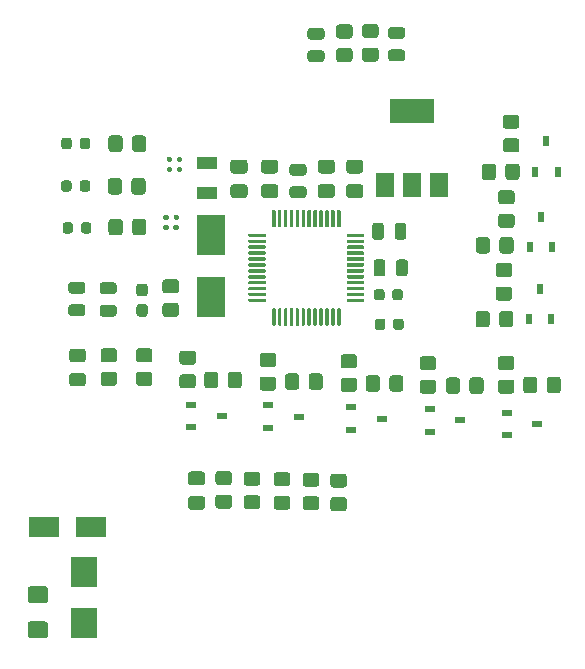
<source format=gbr>
%TF.GenerationSoftware,KiCad,Pcbnew,(5.1.10)-1*%
%TF.CreationDate,2022-04-27T18:27:10+08:00*%
%TF.ProjectId,lamp,6c616d70-2e6b-4696-9361-645f70636258,rev?*%
%TF.SameCoordinates,Original*%
%TF.FileFunction,Paste,Top*%
%TF.FilePolarity,Positive*%
%FSLAX46Y46*%
G04 Gerber Fmt 4.6, Leading zero omitted, Abs format (unit mm)*
G04 Created by KiCad (PCBNEW (5.1.10)-1) date 2022-04-27 18:27:10*
%MOMM*%
%LPD*%
G01*
G04 APERTURE LIST*
%ADD10R,2.300000X2.500000*%
%ADD11R,2.400000X3.500000*%
%ADD12R,1.800000X1.000000*%
%ADD13R,2.500000X1.800000*%
%ADD14R,0.600000X0.900000*%
%ADD15R,0.900000X0.600000*%
%ADD16R,1.500000X2.000000*%
%ADD17R,3.800000X2.000000*%
G04 APERTURE END LIST*
%TO.C,C100*%
G36*
G01*
X145419000Y-16201001D02*
X144469000Y-16201001D01*
G75*
G02*
X144219000Y-15951001I0J250000D01*
G01*
X144219000Y-15451001D01*
G75*
G02*
X144469000Y-15201001I250000J0D01*
G01*
X145419000Y-15201001D01*
G75*
G02*
X145669000Y-15451001I0J-250000D01*
G01*
X145669000Y-15951001D01*
G75*
G02*
X145419000Y-16201001I-250000J0D01*
G01*
G37*
G36*
G01*
X145419000Y-18101001D02*
X144469000Y-18101001D01*
G75*
G02*
X144219000Y-17851001I0J250000D01*
G01*
X144219000Y-17351001D01*
G75*
G02*
X144469000Y-17101001I250000J0D01*
G01*
X145419000Y-17101001D01*
G75*
G02*
X145669000Y-17351001I0J-250000D01*
G01*
X145669000Y-17851001D01*
G75*
G02*
X145419000Y-18101001I-250000J0D01*
G01*
G37*
%TD*%
%TO.C,R28*%
G36*
G01*
X140069999Y-16980000D02*
X140970001Y-16980000D01*
G75*
G02*
X141220000Y-17229999I0J-249999D01*
G01*
X141220000Y-17930001D01*
G75*
G02*
X140970001Y-18180000I-249999J0D01*
G01*
X140069999Y-18180000D01*
G75*
G02*
X139820000Y-17930001I0J249999D01*
G01*
X139820000Y-17229999D01*
G75*
G02*
X140069999Y-16980000I249999J0D01*
G01*
G37*
G36*
G01*
X140069999Y-14980000D02*
X140970001Y-14980000D01*
G75*
G02*
X141220000Y-15229999I0J-249999D01*
G01*
X141220000Y-15930001D01*
G75*
G02*
X140970001Y-16180000I-249999J0D01*
G01*
X140069999Y-16180000D01*
G75*
G02*
X139820000Y-15930001I0J249999D01*
G01*
X139820000Y-15229999D01*
G75*
G02*
X140069999Y-14980000I249999J0D01*
G01*
G37*
%TD*%
D10*
%TO.C,D1*%
X118475000Y-65675000D03*
X118475000Y-61375000D03*
%TD*%
%TO.C,LD1*%
G36*
G01*
X118390001Y-43590000D02*
X117489999Y-43590000D01*
G75*
G02*
X117240000Y-43340001I0J249999D01*
G01*
X117240000Y-42689999D01*
G75*
G02*
X117489999Y-42440000I249999J0D01*
G01*
X118390001Y-42440000D01*
G75*
G02*
X118640000Y-42689999I0J-249999D01*
G01*
X118640000Y-43340001D01*
G75*
G02*
X118390001Y-43590000I-249999J0D01*
G01*
G37*
G36*
G01*
X118390001Y-45640000D02*
X117489999Y-45640000D01*
G75*
G02*
X117240000Y-45390001I0J249999D01*
G01*
X117240000Y-44739999D01*
G75*
G02*
X117489999Y-44490000I249999J0D01*
G01*
X118390001Y-44490000D01*
G75*
G02*
X118640000Y-44739999I0J-249999D01*
G01*
X118640000Y-45390001D01*
G75*
G02*
X118390001Y-45640000I-249999J0D01*
G01*
G37*
%TD*%
%TO.C,F1*%
G36*
G01*
X113950000Y-65537500D02*
X115200000Y-65537500D01*
G75*
G02*
X115450000Y-65787500I0J-250000D01*
G01*
X115450000Y-66712500D01*
G75*
G02*
X115200000Y-66962500I-250000J0D01*
G01*
X113950000Y-66962500D01*
G75*
G02*
X113700000Y-66712500I0J250000D01*
G01*
X113700000Y-65787500D01*
G75*
G02*
X113950000Y-65537500I250000J0D01*
G01*
G37*
G36*
G01*
X113950000Y-62562500D02*
X115200000Y-62562500D01*
G75*
G02*
X115450000Y-62812500I0J-250000D01*
G01*
X115450000Y-63737500D01*
G75*
G02*
X115200000Y-63987500I-250000J0D01*
G01*
X113950000Y-63987500D01*
G75*
G02*
X113700000Y-63737500I0J250000D01*
G01*
X113700000Y-62812500D01*
G75*
G02*
X113950000Y-62562500I250000J0D01*
G01*
G37*
%TD*%
D11*
%TO.C,Y1*%
X129260000Y-32840000D03*
X129260000Y-38040000D03*
%TD*%
D12*
%TO.C,Y2*%
X128870000Y-29230000D03*
X128870000Y-26730000D03*
%TD*%
%TO.C,R29*%
G36*
G01*
X142269999Y-16942500D02*
X143170001Y-16942500D01*
G75*
G02*
X143420000Y-17192499I0J-249999D01*
G01*
X143420000Y-17892501D01*
G75*
G02*
X143170001Y-18142500I-249999J0D01*
G01*
X142269999Y-18142500D01*
G75*
G02*
X142020000Y-17892501I0J249999D01*
G01*
X142020000Y-17192499D01*
G75*
G02*
X142269999Y-16942500I249999J0D01*
G01*
G37*
G36*
G01*
X142269999Y-14942500D02*
X143170001Y-14942500D01*
G75*
G02*
X143420000Y-15192499I0J-249999D01*
G01*
X143420000Y-15892501D01*
G75*
G02*
X143170001Y-16142500I-249999J0D01*
G01*
X142269999Y-16142500D01*
G75*
G02*
X142020000Y-15892501I0J249999D01*
G01*
X142020000Y-15192499D01*
G75*
G02*
X142269999Y-14942500I249999J0D01*
G01*
G37*
%TD*%
%TO.C,R27*%
G36*
G01*
X124030001Y-43600000D02*
X123129999Y-43600000D01*
G75*
G02*
X122880000Y-43350001I0J249999D01*
G01*
X122880000Y-42649999D01*
G75*
G02*
X123129999Y-42400000I249999J0D01*
G01*
X124030001Y-42400000D01*
G75*
G02*
X124280000Y-42649999I0J-249999D01*
G01*
X124280000Y-43350001D01*
G75*
G02*
X124030001Y-43600000I-249999J0D01*
G01*
G37*
G36*
G01*
X124030001Y-45600000D02*
X123129999Y-45600000D01*
G75*
G02*
X122880000Y-45350001I0J249999D01*
G01*
X122880000Y-44649999D01*
G75*
G02*
X123129999Y-44400000I249999J0D01*
G01*
X124030001Y-44400000D01*
G75*
G02*
X124280000Y-44649999I0J-249999D01*
G01*
X124280000Y-45350001D01*
G75*
G02*
X124030001Y-45600000I-249999J0D01*
G01*
G37*
%TD*%
%TO.C,R26*%
G36*
G01*
X121030001Y-43600000D02*
X120129999Y-43600000D01*
G75*
G02*
X119880000Y-43350001I0J249999D01*
G01*
X119880000Y-42649999D01*
G75*
G02*
X120129999Y-42400000I249999J0D01*
G01*
X121030001Y-42400000D01*
G75*
G02*
X121280000Y-42649999I0J-249999D01*
G01*
X121280000Y-43350001D01*
G75*
G02*
X121030001Y-43600000I-249999J0D01*
G01*
G37*
G36*
G01*
X121030001Y-45600000D02*
X120129999Y-45600000D01*
G75*
G02*
X119880000Y-45350001I0J249999D01*
G01*
X119880000Y-44649999D01*
G75*
G02*
X120129999Y-44400000I249999J0D01*
G01*
X121030001Y-44400000D01*
G75*
G02*
X121280000Y-44649999I0J-249999D01*
G01*
X121280000Y-45350001D01*
G75*
G02*
X121030001Y-45600000I-249999J0D01*
G01*
G37*
%TD*%
%TO.C,R25*%
G36*
G01*
X139589999Y-55010000D02*
X140490001Y-55010000D01*
G75*
G02*
X140740000Y-55259999I0J-249999D01*
G01*
X140740000Y-55960001D01*
G75*
G02*
X140490001Y-56210000I-249999J0D01*
G01*
X139589999Y-56210000D01*
G75*
G02*
X139340000Y-55960001I0J249999D01*
G01*
X139340000Y-55259999D01*
G75*
G02*
X139589999Y-55010000I249999J0D01*
G01*
G37*
G36*
G01*
X139589999Y-53010000D02*
X140490001Y-53010000D01*
G75*
G02*
X140740000Y-53259999I0J-249999D01*
G01*
X140740000Y-53960001D01*
G75*
G02*
X140490001Y-54210000I-249999J0D01*
G01*
X139589999Y-54210000D01*
G75*
G02*
X139340000Y-53960001I0J249999D01*
G01*
X139340000Y-53259999D01*
G75*
G02*
X139589999Y-53010000I249999J0D01*
G01*
G37*
%TD*%
%TO.C,R24*%
G36*
G01*
X137249999Y-54930000D02*
X138150001Y-54930000D01*
G75*
G02*
X138400000Y-55179999I0J-249999D01*
G01*
X138400000Y-55880001D01*
G75*
G02*
X138150001Y-56130000I-249999J0D01*
G01*
X137249999Y-56130000D01*
G75*
G02*
X137000000Y-55880001I0J249999D01*
G01*
X137000000Y-55179999D01*
G75*
G02*
X137249999Y-54930000I249999J0D01*
G01*
G37*
G36*
G01*
X137249999Y-52930000D02*
X138150001Y-52930000D01*
G75*
G02*
X138400000Y-53179999I0J-249999D01*
G01*
X138400000Y-53880001D01*
G75*
G02*
X138150001Y-54130000I-249999J0D01*
G01*
X137249999Y-54130000D01*
G75*
G02*
X137000000Y-53880001I0J249999D01*
G01*
X137000000Y-53179999D01*
G75*
G02*
X137249999Y-52930000I249999J0D01*
G01*
G37*
%TD*%
%TO.C,R23*%
G36*
G01*
X134789999Y-54890000D02*
X135690001Y-54890000D01*
G75*
G02*
X135940000Y-55139999I0J-249999D01*
G01*
X135940000Y-55840001D01*
G75*
G02*
X135690001Y-56090000I-249999J0D01*
G01*
X134789999Y-56090000D01*
G75*
G02*
X134540000Y-55840001I0J249999D01*
G01*
X134540000Y-55139999D01*
G75*
G02*
X134789999Y-54890000I249999J0D01*
G01*
G37*
G36*
G01*
X134789999Y-52890000D02*
X135690001Y-52890000D01*
G75*
G02*
X135940000Y-53139999I0J-249999D01*
G01*
X135940000Y-53840001D01*
G75*
G02*
X135690001Y-54090000I-249999J0D01*
G01*
X134789999Y-54090000D01*
G75*
G02*
X134540000Y-53840001I0J249999D01*
G01*
X134540000Y-53139999D01*
G75*
G02*
X134789999Y-52890000I249999J0D01*
G01*
G37*
%TD*%
%TO.C,R22*%
G36*
G01*
X155090001Y-23830000D02*
X154189999Y-23830000D01*
G75*
G02*
X153940000Y-23580001I0J249999D01*
G01*
X153940000Y-22879999D01*
G75*
G02*
X154189999Y-22630000I249999J0D01*
G01*
X155090001Y-22630000D01*
G75*
G02*
X155340000Y-22879999I0J-249999D01*
G01*
X155340000Y-23580001D01*
G75*
G02*
X155090001Y-23830000I-249999J0D01*
G01*
G37*
G36*
G01*
X155090001Y-25830000D02*
X154189999Y-25830000D01*
G75*
G02*
X153940000Y-25580001I0J249999D01*
G01*
X153940000Y-24879999D01*
G75*
G02*
X154189999Y-24630000I249999J0D01*
G01*
X155090001Y-24630000D01*
G75*
G02*
X155340000Y-24879999I0J-249999D01*
G01*
X155340000Y-25580001D01*
G75*
G02*
X155090001Y-25830000I-249999J0D01*
G01*
G37*
%TD*%
%TO.C,R21*%
G36*
G01*
X154690001Y-30220000D02*
X153789999Y-30220000D01*
G75*
G02*
X153540000Y-29970001I0J249999D01*
G01*
X153540000Y-29269999D01*
G75*
G02*
X153789999Y-29020000I249999J0D01*
G01*
X154690001Y-29020000D01*
G75*
G02*
X154940000Y-29269999I0J-249999D01*
G01*
X154940000Y-29970001D01*
G75*
G02*
X154690001Y-30220000I-249999J0D01*
G01*
G37*
G36*
G01*
X154690001Y-32220000D02*
X153789999Y-32220000D01*
G75*
G02*
X153540000Y-31970001I0J249999D01*
G01*
X153540000Y-31269999D01*
G75*
G02*
X153789999Y-31020000I249999J0D01*
G01*
X154690001Y-31020000D01*
G75*
G02*
X154940000Y-31269999I0J-249999D01*
G01*
X154940000Y-31970001D01*
G75*
G02*
X154690001Y-32220000I-249999J0D01*
G01*
G37*
%TD*%
%TO.C,R20*%
G36*
G01*
X154480001Y-36380000D02*
X153579999Y-36380000D01*
G75*
G02*
X153330000Y-36130001I0J249999D01*
G01*
X153330000Y-35429999D01*
G75*
G02*
X153579999Y-35180000I249999J0D01*
G01*
X154480001Y-35180000D01*
G75*
G02*
X154730000Y-35429999I0J-249999D01*
G01*
X154730000Y-36130001D01*
G75*
G02*
X154480001Y-36380000I-249999J0D01*
G01*
G37*
G36*
G01*
X154480001Y-38380000D02*
X153579999Y-38380000D01*
G75*
G02*
X153330000Y-38130001I0J249999D01*
G01*
X153330000Y-37429999D01*
G75*
G02*
X153579999Y-37180000I249999J0D01*
G01*
X154480001Y-37180000D01*
G75*
G02*
X154730000Y-37429999I0J-249999D01*
G01*
X154730000Y-38130001D01*
G75*
G02*
X154480001Y-38380000I-249999J0D01*
G01*
G37*
%TD*%
%TO.C,R19*%
G36*
G01*
X157660000Y-45970001D02*
X157660000Y-45069999D01*
G75*
G02*
X157909999Y-44820000I249999J0D01*
G01*
X158610001Y-44820000D01*
G75*
G02*
X158860000Y-45069999I0J-249999D01*
G01*
X158860000Y-45970001D01*
G75*
G02*
X158610001Y-46220000I-249999J0D01*
G01*
X157909999Y-46220000D01*
G75*
G02*
X157660000Y-45970001I0J249999D01*
G01*
G37*
G36*
G01*
X155660000Y-45970001D02*
X155660000Y-45069999D01*
G75*
G02*
X155909999Y-44820000I249999J0D01*
G01*
X156610001Y-44820000D01*
G75*
G02*
X156860000Y-45069999I0J-249999D01*
G01*
X156860000Y-45970001D01*
G75*
G02*
X156610001Y-46220000I-249999J0D01*
G01*
X155909999Y-46220000D01*
G75*
G02*
X155660000Y-45970001I0J249999D01*
G01*
G37*
%TD*%
%TO.C,R18*%
G36*
G01*
X151120000Y-46020001D02*
X151120000Y-45119999D01*
G75*
G02*
X151369999Y-44870000I249999J0D01*
G01*
X152070001Y-44870000D01*
G75*
G02*
X152320000Y-45119999I0J-249999D01*
G01*
X152320000Y-46020001D01*
G75*
G02*
X152070001Y-46270000I-249999J0D01*
G01*
X151369999Y-46270000D01*
G75*
G02*
X151120000Y-46020001I0J249999D01*
G01*
G37*
G36*
G01*
X149120000Y-46020001D02*
X149120000Y-45119999D01*
G75*
G02*
X149369999Y-44870000I249999J0D01*
G01*
X150070001Y-44870000D01*
G75*
G02*
X150320000Y-45119999I0J-249999D01*
G01*
X150320000Y-46020001D01*
G75*
G02*
X150070001Y-46270000I-249999J0D01*
G01*
X149369999Y-46270000D01*
G75*
G02*
X149120000Y-46020001I0J249999D01*
G01*
G37*
%TD*%
%TO.C,R17*%
G36*
G01*
X144330000Y-45840001D02*
X144330000Y-44939999D01*
G75*
G02*
X144579999Y-44690000I249999J0D01*
G01*
X145280001Y-44690000D01*
G75*
G02*
X145530000Y-44939999I0J-249999D01*
G01*
X145530000Y-45840001D01*
G75*
G02*
X145280001Y-46090000I-249999J0D01*
G01*
X144579999Y-46090000D01*
G75*
G02*
X144330000Y-45840001I0J249999D01*
G01*
G37*
G36*
G01*
X142330000Y-45840001D02*
X142330000Y-44939999D01*
G75*
G02*
X142579999Y-44690000I249999J0D01*
G01*
X143280001Y-44690000D01*
G75*
G02*
X143530000Y-44939999I0J-249999D01*
G01*
X143530000Y-45840001D01*
G75*
G02*
X143280001Y-46090000I-249999J0D01*
G01*
X142579999Y-46090000D01*
G75*
G02*
X142330000Y-45840001I0J249999D01*
G01*
G37*
%TD*%
%TO.C,R16*%
G36*
G01*
X137500000Y-45680001D02*
X137500000Y-44779999D01*
G75*
G02*
X137749999Y-44530000I249999J0D01*
G01*
X138450001Y-44530000D01*
G75*
G02*
X138700000Y-44779999I0J-249999D01*
G01*
X138700000Y-45680001D01*
G75*
G02*
X138450001Y-45930000I-249999J0D01*
G01*
X137749999Y-45930000D01*
G75*
G02*
X137500000Y-45680001I0J249999D01*
G01*
G37*
G36*
G01*
X135500000Y-45680001D02*
X135500000Y-44779999D01*
G75*
G02*
X135749999Y-44530000I249999J0D01*
G01*
X136450001Y-44530000D01*
G75*
G02*
X136700000Y-44779999I0J-249999D01*
G01*
X136700000Y-45680001D01*
G75*
G02*
X136450001Y-45930000I-249999J0D01*
G01*
X135749999Y-45930000D01*
G75*
G02*
X135500000Y-45680001I0J249999D01*
G01*
G37*
%TD*%
%TO.C,R15*%
G36*
G01*
X130650000Y-45550001D02*
X130650000Y-44649999D01*
G75*
G02*
X130899999Y-44400000I249999J0D01*
G01*
X131600001Y-44400000D01*
G75*
G02*
X131850000Y-44649999I0J-249999D01*
G01*
X131850000Y-45550001D01*
G75*
G02*
X131600001Y-45800000I-249999J0D01*
G01*
X130899999Y-45800000D01*
G75*
G02*
X130650000Y-45550001I0J249999D01*
G01*
G37*
G36*
G01*
X128650000Y-45550001D02*
X128650000Y-44649999D01*
G75*
G02*
X128899999Y-44400000I249999J0D01*
G01*
X129600001Y-44400000D01*
G75*
G02*
X129850000Y-44649999I0J-249999D01*
G01*
X129850000Y-45550001D01*
G75*
G02*
X129600001Y-45800000I-249999J0D01*
G01*
X128899999Y-45800000D01*
G75*
G02*
X128650000Y-45550001I0J249999D01*
G01*
G37*
%TD*%
%TO.C,R14*%
G36*
G01*
X154160000Y-27920001D02*
X154160000Y-27019999D01*
G75*
G02*
X154409999Y-26770000I249999J0D01*
G01*
X155110001Y-26770000D01*
G75*
G02*
X155360000Y-27019999I0J-249999D01*
G01*
X155360000Y-27920001D01*
G75*
G02*
X155110001Y-28170000I-249999J0D01*
G01*
X154409999Y-28170000D01*
G75*
G02*
X154160000Y-27920001I0J249999D01*
G01*
G37*
G36*
G01*
X152160000Y-27920001D02*
X152160000Y-27019999D01*
G75*
G02*
X152409999Y-26770000I249999J0D01*
G01*
X153110001Y-26770000D01*
G75*
G02*
X153360000Y-27019999I0J-249999D01*
G01*
X153360000Y-27920001D01*
G75*
G02*
X153110001Y-28170000I-249999J0D01*
G01*
X152409999Y-28170000D01*
G75*
G02*
X152160000Y-27920001I0J249999D01*
G01*
G37*
%TD*%
%TO.C,R13*%
G36*
G01*
X153660000Y-34140001D02*
X153660000Y-33239999D01*
G75*
G02*
X153909999Y-32990000I249999J0D01*
G01*
X154610001Y-32990000D01*
G75*
G02*
X154860000Y-33239999I0J-249999D01*
G01*
X154860000Y-34140001D01*
G75*
G02*
X154610001Y-34390000I-249999J0D01*
G01*
X153909999Y-34390000D01*
G75*
G02*
X153660000Y-34140001I0J249999D01*
G01*
G37*
G36*
G01*
X151660000Y-34140001D02*
X151660000Y-33239999D01*
G75*
G02*
X151909999Y-32990000I249999J0D01*
G01*
X152610001Y-32990000D01*
G75*
G02*
X152860000Y-33239999I0J-249999D01*
G01*
X152860000Y-34140001D01*
G75*
G02*
X152610001Y-34390000I-249999J0D01*
G01*
X151909999Y-34390000D01*
G75*
G02*
X151660000Y-34140001I0J249999D01*
G01*
G37*
%TD*%
%TO.C,R12*%
G36*
G01*
X153630000Y-40390001D02*
X153630000Y-39489999D01*
G75*
G02*
X153879999Y-39240000I249999J0D01*
G01*
X154580001Y-39240000D01*
G75*
G02*
X154830000Y-39489999I0J-249999D01*
G01*
X154830000Y-40390001D01*
G75*
G02*
X154580001Y-40640000I-249999J0D01*
G01*
X153879999Y-40640000D01*
G75*
G02*
X153630000Y-40390001I0J249999D01*
G01*
G37*
G36*
G01*
X151630000Y-40390001D02*
X151630000Y-39489999D01*
G75*
G02*
X151879999Y-39240000I249999J0D01*
G01*
X152580001Y-39240000D01*
G75*
G02*
X152830000Y-39489999I0J-249999D01*
G01*
X152830000Y-40390001D01*
G75*
G02*
X152580001Y-40640000I-249999J0D01*
G01*
X151879999Y-40640000D01*
G75*
G02*
X151630000Y-40390001I0J249999D01*
G01*
G37*
%TD*%
%TO.C,R11*%
G36*
G01*
X153769999Y-45060000D02*
X154670001Y-45060000D01*
G75*
G02*
X154920000Y-45309999I0J-249999D01*
G01*
X154920000Y-46010001D01*
G75*
G02*
X154670001Y-46260000I-249999J0D01*
G01*
X153769999Y-46260000D01*
G75*
G02*
X153520000Y-46010001I0J249999D01*
G01*
X153520000Y-45309999D01*
G75*
G02*
X153769999Y-45060000I249999J0D01*
G01*
G37*
G36*
G01*
X153769999Y-43060000D02*
X154670001Y-43060000D01*
G75*
G02*
X154920000Y-43309999I0J-249999D01*
G01*
X154920000Y-44010001D01*
G75*
G02*
X154670001Y-44260000I-249999J0D01*
G01*
X153769999Y-44260000D01*
G75*
G02*
X153520000Y-44010001I0J249999D01*
G01*
X153520000Y-43309999D01*
G75*
G02*
X153769999Y-43060000I249999J0D01*
G01*
G37*
%TD*%
%TO.C,R10*%
G36*
G01*
X147139999Y-45070000D02*
X148040001Y-45070000D01*
G75*
G02*
X148290000Y-45319999I0J-249999D01*
G01*
X148290000Y-46020001D01*
G75*
G02*
X148040001Y-46270000I-249999J0D01*
G01*
X147139999Y-46270000D01*
G75*
G02*
X146890000Y-46020001I0J249999D01*
G01*
X146890000Y-45319999D01*
G75*
G02*
X147139999Y-45070000I249999J0D01*
G01*
G37*
G36*
G01*
X147139999Y-43070000D02*
X148040001Y-43070000D01*
G75*
G02*
X148290000Y-43319999I0J-249999D01*
G01*
X148290000Y-44020001D01*
G75*
G02*
X148040001Y-44270000I-249999J0D01*
G01*
X147139999Y-44270000D01*
G75*
G02*
X146890000Y-44020001I0J249999D01*
G01*
X146890000Y-43319999D01*
G75*
G02*
X147139999Y-43070000I249999J0D01*
G01*
G37*
%TD*%
%TO.C,R9*%
G36*
G01*
X140449999Y-44910000D02*
X141350001Y-44910000D01*
G75*
G02*
X141600000Y-45159999I0J-249999D01*
G01*
X141600000Y-45860001D01*
G75*
G02*
X141350001Y-46110000I-249999J0D01*
G01*
X140449999Y-46110000D01*
G75*
G02*
X140200000Y-45860001I0J249999D01*
G01*
X140200000Y-45159999D01*
G75*
G02*
X140449999Y-44910000I249999J0D01*
G01*
G37*
G36*
G01*
X140449999Y-42910000D02*
X141350001Y-42910000D01*
G75*
G02*
X141600000Y-43159999I0J-249999D01*
G01*
X141600000Y-43860001D01*
G75*
G02*
X141350001Y-44110000I-249999J0D01*
G01*
X140449999Y-44110000D01*
G75*
G02*
X140200000Y-43860001I0J249999D01*
G01*
X140200000Y-43159999D01*
G75*
G02*
X140449999Y-42910000I249999J0D01*
G01*
G37*
%TD*%
%TO.C,R8*%
G36*
G01*
X133599999Y-44800000D02*
X134500001Y-44800000D01*
G75*
G02*
X134750000Y-45049999I0J-249999D01*
G01*
X134750000Y-45750001D01*
G75*
G02*
X134500001Y-46000000I-249999J0D01*
G01*
X133599999Y-46000000D01*
G75*
G02*
X133350000Y-45750001I0J249999D01*
G01*
X133350000Y-45049999D01*
G75*
G02*
X133599999Y-44800000I249999J0D01*
G01*
G37*
G36*
G01*
X133599999Y-42800000D02*
X134500001Y-42800000D01*
G75*
G02*
X134750000Y-43049999I0J-249999D01*
G01*
X134750000Y-43750001D01*
G75*
G02*
X134500001Y-44000000I-249999J0D01*
G01*
X133599999Y-44000000D01*
G75*
G02*
X133350000Y-43750001I0J249999D01*
G01*
X133350000Y-43049999D01*
G75*
G02*
X133599999Y-42800000I249999J0D01*
G01*
G37*
%TD*%
%TO.C,R7*%
G36*
G01*
X126809999Y-44600000D02*
X127710001Y-44600000D01*
G75*
G02*
X127960000Y-44849999I0J-249999D01*
G01*
X127960000Y-45550001D01*
G75*
G02*
X127710001Y-45800000I-249999J0D01*
G01*
X126809999Y-45800000D01*
G75*
G02*
X126560000Y-45550001I0J249999D01*
G01*
X126560000Y-44849999D01*
G75*
G02*
X126809999Y-44600000I249999J0D01*
G01*
G37*
G36*
G01*
X126809999Y-42600000D02*
X127710001Y-42600000D01*
G75*
G02*
X127960000Y-42849999I0J-249999D01*
G01*
X127960000Y-43550001D01*
G75*
G02*
X127710001Y-43800000I-249999J0D01*
G01*
X126809999Y-43800000D01*
G75*
G02*
X126560000Y-43550001I0J249999D01*
G01*
X126560000Y-42849999D01*
G75*
G02*
X126809999Y-42600000I249999J0D01*
G01*
G37*
%TD*%
%TO.C,R6*%
G36*
G01*
X121750000Y-31689999D02*
X121750000Y-32590001D01*
G75*
G02*
X121500001Y-32840000I-249999J0D01*
G01*
X120799999Y-32840000D01*
G75*
G02*
X120550000Y-32590001I0J249999D01*
G01*
X120550000Y-31689999D01*
G75*
G02*
X120799999Y-31440000I249999J0D01*
G01*
X121500001Y-31440000D01*
G75*
G02*
X121750000Y-31689999I0J-249999D01*
G01*
G37*
G36*
G01*
X123750000Y-31689999D02*
X123750000Y-32590001D01*
G75*
G02*
X123500001Y-32840000I-249999J0D01*
G01*
X122799999Y-32840000D01*
G75*
G02*
X122550000Y-32590001I0J249999D01*
G01*
X122550000Y-31689999D01*
G75*
G02*
X122799999Y-31440000I249999J0D01*
G01*
X123500001Y-31440000D01*
G75*
G02*
X123750000Y-31689999I0J-249999D01*
G01*
G37*
%TD*%
%TO.C,R5*%
G36*
G01*
X121700000Y-28239999D02*
X121700000Y-29140001D01*
G75*
G02*
X121450001Y-29390000I-249999J0D01*
G01*
X120749999Y-29390000D01*
G75*
G02*
X120500000Y-29140001I0J249999D01*
G01*
X120500000Y-28239999D01*
G75*
G02*
X120749999Y-27990000I249999J0D01*
G01*
X121450001Y-27990000D01*
G75*
G02*
X121700000Y-28239999I0J-249999D01*
G01*
G37*
G36*
G01*
X123700000Y-28239999D02*
X123700000Y-29140001D01*
G75*
G02*
X123450001Y-29390000I-249999J0D01*
G01*
X122749999Y-29390000D01*
G75*
G02*
X122500000Y-29140001I0J249999D01*
G01*
X122500000Y-28239999D01*
G75*
G02*
X122749999Y-27990000I249999J0D01*
G01*
X123450001Y-27990000D01*
G75*
G02*
X123700000Y-28239999I0J-249999D01*
G01*
G37*
%TD*%
%TO.C,R4*%
G36*
G01*
X121750000Y-24639999D02*
X121750000Y-25540001D01*
G75*
G02*
X121500001Y-25790000I-249999J0D01*
G01*
X120799999Y-25790000D01*
G75*
G02*
X120550000Y-25540001I0J249999D01*
G01*
X120550000Y-24639999D01*
G75*
G02*
X120799999Y-24390000I249999J0D01*
G01*
X121500001Y-24390000D01*
G75*
G02*
X121750000Y-24639999I0J-249999D01*
G01*
G37*
G36*
G01*
X123750000Y-24639999D02*
X123750000Y-25540001D01*
G75*
G02*
X123500001Y-25790000I-249999J0D01*
G01*
X122799999Y-25790000D01*
G75*
G02*
X122550000Y-25540001I0J249999D01*
G01*
X122550000Y-24639999D01*
G75*
G02*
X122799999Y-24390000I249999J0D01*
G01*
X123500001Y-24390000D01*
G75*
G02*
X123750000Y-24639999I0J-249999D01*
G01*
G37*
%TD*%
%TO.C,R3*%
G36*
G01*
X126270001Y-37760000D02*
X125369999Y-37760000D01*
G75*
G02*
X125120000Y-37510001I0J249999D01*
G01*
X125120000Y-36809999D01*
G75*
G02*
X125369999Y-36560000I249999J0D01*
G01*
X126270001Y-36560000D01*
G75*
G02*
X126520000Y-36809999I0J-249999D01*
G01*
X126520000Y-37510001D01*
G75*
G02*
X126270001Y-37760000I-249999J0D01*
G01*
G37*
G36*
G01*
X126270001Y-39760000D02*
X125369999Y-39760000D01*
G75*
G02*
X125120000Y-39510001I0J249999D01*
G01*
X125120000Y-38809999D01*
G75*
G02*
X125369999Y-38560000I249999J0D01*
G01*
X126270001Y-38560000D01*
G75*
G02*
X126520000Y-38809999I0J-249999D01*
G01*
X126520000Y-39510001D01*
G75*
G02*
X126270001Y-39760000I-249999J0D01*
G01*
G37*
%TD*%
%TO.C,U1*%
G36*
G01*
X134400000Y-32100000D02*
X134400000Y-30775000D01*
G75*
G02*
X134475000Y-30700000I75000J0D01*
G01*
X134625000Y-30700000D01*
G75*
G02*
X134700000Y-30775000I0J-75000D01*
G01*
X134700000Y-32100000D01*
G75*
G02*
X134625000Y-32175000I-75000J0D01*
G01*
X134475000Y-32175000D01*
G75*
G02*
X134400000Y-32100000I0J75000D01*
G01*
G37*
G36*
G01*
X134900000Y-32100000D02*
X134900000Y-30775000D01*
G75*
G02*
X134975000Y-30700000I75000J0D01*
G01*
X135125000Y-30700000D01*
G75*
G02*
X135200000Y-30775000I0J-75000D01*
G01*
X135200000Y-32100000D01*
G75*
G02*
X135125000Y-32175000I-75000J0D01*
G01*
X134975000Y-32175000D01*
G75*
G02*
X134900000Y-32100000I0J75000D01*
G01*
G37*
G36*
G01*
X135400000Y-32100000D02*
X135400000Y-30775000D01*
G75*
G02*
X135475000Y-30700000I75000J0D01*
G01*
X135625000Y-30700000D01*
G75*
G02*
X135700000Y-30775000I0J-75000D01*
G01*
X135700000Y-32100000D01*
G75*
G02*
X135625000Y-32175000I-75000J0D01*
G01*
X135475000Y-32175000D01*
G75*
G02*
X135400000Y-32100000I0J75000D01*
G01*
G37*
G36*
G01*
X135900000Y-32100000D02*
X135900000Y-30775000D01*
G75*
G02*
X135975000Y-30700000I75000J0D01*
G01*
X136125000Y-30700000D01*
G75*
G02*
X136200000Y-30775000I0J-75000D01*
G01*
X136200000Y-32100000D01*
G75*
G02*
X136125000Y-32175000I-75000J0D01*
G01*
X135975000Y-32175000D01*
G75*
G02*
X135900000Y-32100000I0J75000D01*
G01*
G37*
G36*
G01*
X136400000Y-32100000D02*
X136400000Y-30775000D01*
G75*
G02*
X136475000Y-30700000I75000J0D01*
G01*
X136625000Y-30700000D01*
G75*
G02*
X136700000Y-30775000I0J-75000D01*
G01*
X136700000Y-32100000D01*
G75*
G02*
X136625000Y-32175000I-75000J0D01*
G01*
X136475000Y-32175000D01*
G75*
G02*
X136400000Y-32100000I0J75000D01*
G01*
G37*
G36*
G01*
X136900000Y-32100000D02*
X136900000Y-30775000D01*
G75*
G02*
X136975000Y-30700000I75000J0D01*
G01*
X137125000Y-30700000D01*
G75*
G02*
X137200000Y-30775000I0J-75000D01*
G01*
X137200000Y-32100000D01*
G75*
G02*
X137125000Y-32175000I-75000J0D01*
G01*
X136975000Y-32175000D01*
G75*
G02*
X136900000Y-32100000I0J75000D01*
G01*
G37*
G36*
G01*
X137400000Y-32100000D02*
X137400000Y-30775000D01*
G75*
G02*
X137475000Y-30700000I75000J0D01*
G01*
X137625000Y-30700000D01*
G75*
G02*
X137700000Y-30775000I0J-75000D01*
G01*
X137700000Y-32100000D01*
G75*
G02*
X137625000Y-32175000I-75000J0D01*
G01*
X137475000Y-32175000D01*
G75*
G02*
X137400000Y-32100000I0J75000D01*
G01*
G37*
G36*
G01*
X137900000Y-32100000D02*
X137900000Y-30775000D01*
G75*
G02*
X137975000Y-30700000I75000J0D01*
G01*
X138125000Y-30700000D01*
G75*
G02*
X138200000Y-30775000I0J-75000D01*
G01*
X138200000Y-32100000D01*
G75*
G02*
X138125000Y-32175000I-75000J0D01*
G01*
X137975000Y-32175000D01*
G75*
G02*
X137900000Y-32100000I0J75000D01*
G01*
G37*
G36*
G01*
X138400000Y-32100000D02*
X138400000Y-30775000D01*
G75*
G02*
X138475000Y-30700000I75000J0D01*
G01*
X138625000Y-30700000D01*
G75*
G02*
X138700000Y-30775000I0J-75000D01*
G01*
X138700000Y-32100000D01*
G75*
G02*
X138625000Y-32175000I-75000J0D01*
G01*
X138475000Y-32175000D01*
G75*
G02*
X138400000Y-32100000I0J75000D01*
G01*
G37*
G36*
G01*
X138900000Y-32100000D02*
X138900000Y-30775000D01*
G75*
G02*
X138975000Y-30700000I75000J0D01*
G01*
X139125000Y-30700000D01*
G75*
G02*
X139200000Y-30775000I0J-75000D01*
G01*
X139200000Y-32100000D01*
G75*
G02*
X139125000Y-32175000I-75000J0D01*
G01*
X138975000Y-32175000D01*
G75*
G02*
X138900000Y-32100000I0J75000D01*
G01*
G37*
G36*
G01*
X139400000Y-32100000D02*
X139400000Y-30775000D01*
G75*
G02*
X139475000Y-30700000I75000J0D01*
G01*
X139625000Y-30700000D01*
G75*
G02*
X139700000Y-30775000I0J-75000D01*
G01*
X139700000Y-32100000D01*
G75*
G02*
X139625000Y-32175000I-75000J0D01*
G01*
X139475000Y-32175000D01*
G75*
G02*
X139400000Y-32100000I0J75000D01*
G01*
G37*
G36*
G01*
X139900000Y-32100000D02*
X139900000Y-30775000D01*
G75*
G02*
X139975000Y-30700000I75000J0D01*
G01*
X140125000Y-30700000D01*
G75*
G02*
X140200000Y-30775000I0J-75000D01*
G01*
X140200000Y-32100000D01*
G75*
G02*
X140125000Y-32175000I-75000J0D01*
G01*
X139975000Y-32175000D01*
G75*
G02*
X139900000Y-32100000I0J75000D01*
G01*
G37*
G36*
G01*
X140725000Y-32925000D02*
X140725000Y-32775000D01*
G75*
G02*
X140800000Y-32700000I75000J0D01*
G01*
X142125000Y-32700000D01*
G75*
G02*
X142200000Y-32775000I0J-75000D01*
G01*
X142200000Y-32925000D01*
G75*
G02*
X142125000Y-33000000I-75000J0D01*
G01*
X140800000Y-33000000D01*
G75*
G02*
X140725000Y-32925000I0J75000D01*
G01*
G37*
G36*
G01*
X140725000Y-33425000D02*
X140725000Y-33275000D01*
G75*
G02*
X140800000Y-33200000I75000J0D01*
G01*
X142125000Y-33200000D01*
G75*
G02*
X142200000Y-33275000I0J-75000D01*
G01*
X142200000Y-33425000D01*
G75*
G02*
X142125000Y-33500000I-75000J0D01*
G01*
X140800000Y-33500000D01*
G75*
G02*
X140725000Y-33425000I0J75000D01*
G01*
G37*
G36*
G01*
X140725000Y-33925000D02*
X140725000Y-33775000D01*
G75*
G02*
X140800000Y-33700000I75000J0D01*
G01*
X142125000Y-33700000D01*
G75*
G02*
X142200000Y-33775000I0J-75000D01*
G01*
X142200000Y-33925000D01*
G75*
G02*
X142125000Y-34000000I-75000J0D01*
G01*
X140800000Y-34000000D01*
G75*
G02*
X140725000Y-33925000I0J75000D01*
G01*
G37*
G36*
G01*
X140725000Y-34425000D02*
X140725000Y-34275000D01*
G75*
G02*
X140800000Y-34200000I75000J0D01*
G01*
X142125000Y-34200000D01*
G75*
G02*
X142200000Y-34275000I0J-75000D01*
G01*
X142200000Y-34425000D01*
G75*
G02*
X142125000Y-34500000I-75000J0D01*
G01*
X140800000Y-34500000D01*
G75*
G02*
X140725000Y-34425000I0J75000D01*
G01*
G37*
G36*
G01*
X140725000Y-34925000D02*
X140725000Y-34775000D01*
G75*
G02*
X140800000Y-34700000I75000J0D01*
G01*
X142125000Y-34700000D01*
G75*
G02*
X142200000Y-34775000I0J-75000D01*
G01*
X142200000Y-34925000D01*
G75*
G02*
X142125000Y-35000000I-75000J0D01*
G01*
X140800000Y-35000000D01*
G75*
G02*
X140725000Y-34925000I0J75000D01*
G01*
G37*
G36*
G01*
X140725000Y-35425000D02*
X140725000Y-35275000D01*
G75*
G02*
X140800000Y-35200000I75000J0D01*
G01*
X142125000Y-35200000D01*
G75*
G02*
X142200000Y-35275000I0J-75000D01*
G01*
X142200000Y-35425000D01*
G75*
G02*
X142125000Y-35500000I-75000J0D01*
G01*
X140800000Y-35500000D01*
G75*
G02*
X140725000Y-35425000I0J75000D01*
G01*
G37*
G36*
G01*
X140725000Y-35925000D02*
X140725000Y-35775000D01*
G75*
G02*
X140800000Y-35700000I75000J0D01*
G01*
X142125000Y-35700000D01*
G75*
G02*
X142200000Y-35775000I0J-75000D01*
G01*
X142200000Y-35925000D01*
G75*
G02*
X142125000Y-36000000I-75000J0D01*
G01*
X140800000Y-36000000D01*
G75*
G02*
X140725000Y-35925000I0J75000D01*
G01*
G37*
G36*
G01*
X140725000Y-36425000D02*
X140725000Y-36275000D01*
G75*
G02*
X140800000Y-36200000I75000J0D01*
G01*
X142125000Y-36200000D01*
G75*
G02*
X142200000Y-36275000I0J-75000D01*
G01*
X142200000Y-36425000D01*
G75*
G02*
X142125000Y-36500000I-75000J0D01*
G01*
X140800000Y-36500000D01*
G75*
G02*
X140725000Y-36425000I0J75000D01*
G01*
G37*
G36*
G01*
X140725000Y-36925000D02*
X140725000Y-36775000D01*
G75*
G02*
X140800000Y-36700000I75000J0D01*
G01*
X142125000Y-36700000D01*
G75*
G02*
X142200000Y-36775000I0J-75000D01*
G01*
X142200000Y-36925000D01*
G75*
G02*
X142125000Y-37000000I-75000J0D01*
G01*
X140800000Y-37000000D01*
G75*
G02*
X140725000Y-36925000I0J75000D01*
G01*
G37*
G36*
G01*
X140725000Y-37425000D02*
X140725000Y-37275000D01*
G75*
G02*
X140800000Y-37200000I75000J0D01*
G01*
X142125000Y-37200000D01*
G75*
G02*
X142200000Y-37275000I0J-75000D01*
G01*
X142200000Y-37425000D01*
G75*
G02*
X142125000Y-37500000I-75000J0D01*
G01*
X140800000Y-37500000D01*
G75*
G02*
X140725000Y-37425000I0J75000D01*
G01*
G37*
G36*
G01*
X140725000Y-37925000D02*
X140725000Y-37775000D01*
G75*
G02*
X140800000Y-37700000I75000J0D01*
G01*
X142125000Y-37700000D01*
G75*
G02*
X142200000Y-37775000I0J-75000D01*
G01*
X142200000Y-37925000D01*
G75*
G02*
X142125000Y-38000000I-75000J0D01*
G01*
X140800000Y-38000000D01*
G75*
G02*
X140725000Y-37925000I0J75000D01*
G01*
G37*
G36*
G01*
X140725000Y-38425000D02*
X140725000Y-38275000D01*
G75*
G02*
X140800000Y-38200000I75000J0D01*
G01*
X142125000Y-38200000D01*
G75*
G02*
X142200000Y-38275000I0J-75000D01*
G01*
X142200000Y-38425000D01*
G75*
G02*
X142125000Y-38500000I-75000J0D01*
G01*
X140800000Y-38500000D01*
G75*
G02*
X140725000Y-38425000I0J75000D01*
G01*
G37*
G36*
G01*
X139900000Y-40425000D02*
X139900000Y-39100000D01*
G75*
G02*
X139975000Y-39025000I75000J0D01*
G01*
X140125000Y-39025000D01*
G75*
G02*
X140200000Y-39100000I0J-75000D01*
G01*
X140200000Y-40425000D01*
G75*
G02*
X140125000Y-40500000I-75000J0D01*
G01*
X139975000Y-40500000D01*
G75*
G02*
X139900000Y-40425000I0J75000D01*
G01*
G37*
G36*
G01*
X139400000Y-40425000D02*
X139400000Y-39100000D01*
G75*
G02*
X139475000Y-39025000I75000J0D01*
G01*
X139625000Y-39025000D01*
G75*
G02*
X139700000Y-39100000I0J-75000D01*
G01*
X139700000Y-40425000D01*
G75*
G02*
X139625000Y-40500000I-75000J0D01*
G01*
X139475000Y-40500000D01*
G75*
G02*
X139400000Y-40425000I0J75000D01*
G01*
G37*
G36*
G01*
X138900000Y-40425000D02*
X138900000Y-39100000D01*
G75*
G02*
X138975000Y-39025000I75000J0D01*
G01*
X139125000Y-39025000D01*
G75*
G02*
X139200000Y-39100000I0J-75000D01*
G01*
X139200000Y-40425000D01*
G75*
G02*
X139125000Y-40500000I-75000J0D01*
G01*
X138975000Y-40500000D01*
G75*
G02*
X138900000Y-40425000I0J75000D01*
G01*
G37*
G36*
G01*
X138400000Y-40425000D02*
X138400000Y-39100000D01*
G75*
G02*
X138475000Y-39025000I75000J0D01*
G01*
X138625000Y-39025000D01*
G75*
G02*
X138700000Y-39100000I0J-75000D01*
G01*
X138700000Y-40425000D01*
G75*
G02*
X138625000Y-40500000I-75000J0D01*
G01*
X138475000Y-40500000D01*
G75*
G02*
X138400000Y-40425000I0J75000D01*
G01*
G37*
G36*
G01*
X137900000Y-40425000D02*
X137900000Y-39100000D01*
G75*
G02*
X137975000Y-39025000I75000J0D01*
G01*
X138125000Y-39025000D01*
G75*
G02*
X138200000Y-39100000I0J-75000D01*
G01*
X138200000Y-40425000D01*
G75*
G02*
X138125000Y-40500000I-75000J0D01*
G01*
X137975000Y-40500000D01*
G75*
G02*
X137900000Y-40425000I0J75000D01*
G01*
G37*
G36*
G01*
X137400000Y-40425000D02*
X137400000Y-39100000D01*
G75*
G02*
X137475000Y-39025000I75000J0D01*
G01*
X137625000Y-39025000D01*
G75*
G02*
X137700000Y-39100000I0J-75000D01*
G01*
X137700000Y-40425000D01*
G75*
G02*
X137625000Y-40500000I-75000J0D01*
G01*
X137475000Y-40500000D01*
G75*
G02*
X137400000Y-40425000I0J75000D01*
G01*
G37*
G36*
G01*
X136900000Y-40425000D02*
X136900000Y-39100000D01*
G75*
G02*
X136975000Y-39025000I75000J0D01*
G01*
X137125000Y-39025000D01*
G75*
G02*
X137200000Y-39100000I0J-75000D01*
G01*
X137200000Y-40425000D01*
G75*
G02*
X137125000Y-40500000I-75000J0D01*
G01*
X136975000Y-40500000D01*
G75*
G02*
X136900000Y-40425000I0J75000D01*
G01*
G37*
G36*
G01*
X136400000Y-40425000D02*
X136400000Y-39100000D01*
G75*
G02*
X136475000Y-39025000I75000J0D01*
G01*
X136625000Y-39025000D01*
G75*
G02*
X136700000Y-39100000I0J-75000D01*
G01*
X136700000Y-40425000D01*
G75*
G02*
X136625000Y-40500000I-75000J0D01*
G01*
X136475000Y-40500000D01*
G75*
G02*
X136400000Y-40425000I0J75000D01*
G01*
G37*
G36*
G01*
X135900000Y-40425000D02*
X135900000Y-39100000D01*
G75*
G02*
X135975000Y-39025000I75000J0D01*
G01*
X136125000Y-39025000D01*
G75*
G02*
X136200000Y-39100000I0J-75000D01*
G01*
X136200000Y-40425000D01*
G75*
G02*
X136125000Y-40500000I-75000J0D01*
G01*
X135975000Y-40500000D01*
G75*
G02*
X135900000Y-40425000I0J75000D01*
G01*
G37*
G36*
G01*
X135400000Y-40425000D02*
X135400000Y-39100000D01*
G75*
G02*
X135475000Y-39025000I75000J0D01*
G01*
X135625000Y-39025000D01*
G75*
G02*
X135700000Y-39100000I0J-75000D01*
G01*
X135700000Y-40425000D01*
G75*
G02*
X135625000Y-40500000I-75000J0D01*
G01*
X135475000Y-40500000D01*
G75*
G02*
X135400000Y-40425000I0J75000D01*
G01*
G37*
G36*
G01*
X134900000Y-40425000D02*
X134900000Y-39100000D01*
G75*
G02*
X134975000Y-39025000I75000J0D01*
G01*
X135125000Y-39025000D01*
G75*
G02*
X135200000Y-39100000I0J-75000D01*
G01*
X135200000Y-40425000D01*
G75*
G02*
X135125000Y-40500000I-75000J0D01*
G01*
X134975000Y-40500000D01*
G75*
G02*
X134900000Y-40425000I0J75000D01*
G01*
G37*
G36*
G01*
X134400000Y-40425000D02*
X134400000Y-39100000D01*
G75*
G02*
X134475000Y-39025000I75000J0D01*
G01*
X134625000Y-39025000D01*
G75*
G02*
X134700000Y-39100000I0J-75000D01*
G01*
X134700000Y-40425000D01*
G75*
G02*
X134625000Y-40500000I-75000J0D01*
G01*
X134475000Y-40500000D01*
G75*
G02*
X134400000Y-40425000I0J75000D01*
G01*
G37*
G36*
G01*
X132400000Y-38425000D02*
X132400000Y-38275000D01*
G75*
G02*
X132475000Y-38200000I75000J0D01*
G01*
X133800000Y-38200000D01*
G75*
G02*
X133875000Y-38275000I0J-75000D01*
G01*
X133875000Y-38425000D01*
G75*
G02*
X133800000Y-38500000I-75000J0D01*
G01*
X132475000Y-38500000D01*
G75*
G02*
X132400000Y-38425000I0J75000D01*
G01*
G37*
G36*
G01*
X132400000Y-37925000D02*
X132400000Y-37775000D01*
G75*
G02*
X132475000Y-37700000I75000J0D01*
G01*
X133800000Y-37700000D01*
G75*
G02*
X133875000Y-37775000I0J-75000D01*
G01*
X133875000Y-37925000D01*
G75*
G02*
X133800000Y-38000000I-75000J0D01*
G01*
X132475000Y-38000000D01*
G75*
G02*
X132400000Y-37925000I0J75000D01*
G01*
G37*
G36*
G01*
X132400000Y-37425000D02*
X132400000Y-37275000D01*
G75*
G02*
X132475000Y-37200000I75000J0D01*
G01*
X133800000Y-37200000D01*
G75*
G02*
X133875000Y-37275000I0J-75000D01*
G01*
X133875000Y-37425000D01*
G75*
G02*
X133800000Y-37500000I-75000J0D01*
G01*
X132475000Y-37500000D01*
G75*
G02*
X132400000Y-37425000I0J75000D01*
G01*
G37*
G36*
G01*
X132400000Y-36925000D02*
X132400000Y-36775000D01*
G75*
G02*
X132475000Y-36700000I75000J0D01*
G01*
X133800000Y-36700000D01*
G75*
G02*
X133875000Y-36775000I0J-75000D01*
G01*
X133875000Y-36925000D01*
G75*
G02*
X133800000Y-37000000I-75000J0D01*
G01*
X132475000Y-37000000D01*
G75*
G02*
X132400000Y-36925000I0J75000D01*
G01*
G37*
G36*
G01*
X132400000Y-36425000D02*
X132400000Y-36275000D01*
G75*
G02*
X132475000Y-36200000I75000J0D01*
G01*
X133800000Y-36200000D01*
G75*
G02*
X133875000Y-36275000I0J-75000D01*
G01*
X133875000Y-36425000D01*
G75*
G02*
X133800000Y-36500000I-75000J0D01*
G01*
X132475000Y-36500000D01*
G75*
G02*
X132400000Y-36425000I0J75000D01*
G01*
G37*
G36*
G01*
X132400000Y-35925000D02*
X132400000Y-35775000D01*
G75*
G02*
X132475000Y-35700000I75000J0D01*
G01*
X133800000Y-35700000D01*
G75*
G02*
X133875000Y-35775000I0J-75000D01*
G01*
X133875000Y-35925000D01*
G75*
G02*
X133800000Y-36000000I-75000J0D01*
G01*
X132475000Y-36000000D01*
G75*
G02*
X132400000Y-35925000I0J75000D01*
G01*
G37*
G36*
G01*
X132400000Y-35425000D02*
X132400000Y-35275000D01*
G75*
G02*
X132475000Y-35200000I75000J0D01*
G01*
X133800000Y-35200000D01*
G75*
G02*
X133875000Y-35275000I0J-75000D01*
G01*
X133875000Y-35425000D01*
G75*
G02*
X133800000Y-35500000I-75000J0D01*
G01*
X132475000Y-35500000D01*
G75*
G02*
X132400000Y-35425000I0J75000D01*
G01*
G37*
G36*
G01*
X132400000Y-34925000D02*
X132400000Y-34775000D01*
G75*
G02*
X132475000Y-34700000I75000J0D01*
G01*
X133800000Y-34700000D01*
G75*
G02*
X133875000Y-34775000I0J-75000D01*
G01*
X133875000Y-34925000D01*
G75*
G02*
X133800000Y-35000000I-75000J0D01*
G01*
X132475000Y-35000000D01*
G75*
G02*
X132400000Y-34925000I0J75000D01*
G01*
G37*
G36*
G01*
X132400000Y-34425000D02*
X132400000Y-34275000D01*
G75*
G02*
X132475000Y-34200000I75000J0D01*
G01*
X133800000Y-34200000D01*
G75*
G02*
X133875000Y-34275000I0J-75000D01*
G01*
X133875000Y-34425000D01*
G75*
G02*
X133800000Y-34500000I-75000J0D01*
G01*
X132475000Y-34500000D01*
G75*
G02*
X132400000Y-34425000I0J75000D01*
G01*
G37*
G36*
G01*
X132400000Y-33925000D02*
X132400000Y-33775000D01*
G75*
G02*
X132475000Y-33700000I75000J0D01*
G01*
X133800000Y-33700000D01*
G75*
G02*
X133875000Y-33775000I0J-75000D01*
G01*
X133875000Y-33925000D01*
G75*
G02*
X133800000Y-34000000I-75000J0D01*
G01*
X132475000Y-34000000D01*
G75*
G02*
X132400000Y-33925000I0J75000D01*
G01*
G37*
G36*
G01*
X132400000Y-33425000D02*
X132400000Y-33275000D01*
G75*
G02*
X132475000Y-33200000I75000J0D01*
G01*
X133800000Y-33200000D01*
G75*
G02*
X133875000Y-33275000I0J-75000D01*
G01*
X133875000Y-33425000D01*
G75*
G02*
X133800000Y-33500000I-75000J0D01*
G01*
X132475000Y-33500000D01*
G75*
G02*
X132400000Y-33425000I0J75000D01*
G01*
G37*
G36*
G01*
X132400000Y-32925000D02*
X132400000Y-32775000D01*
G75*
G02*
X132475000Y-32700000I75000J0D01*
G01*
X133800000Y-32700000D01*
G75*
G02*
X133875000Y-32775000I0J-75000D01*
G01*
X133875000Y-32925000D01*
G75*
G02*
X133800000Y-33000000I-75000J0D01*
G01*
X132475000Y-33000000D01*
G75*
G02*
X132400000Y-32925000I0J75000D01*
G01*
G37*
%TD*%
D13*
%TO.C,SS1*%
X119090000Y-57575000D03*
X115090000Y-57575000D03*
%TD*%
%TO.C,RED1*%
G36*
G01*
X118140000Y-25326250D02*
X118140000Y-24813750D01*
G75*
G02*
X118358750Y-24595000I218750J0D01*
G01*
X118796250Y-24595000D01*
G75*
G02*
X119015000Y-24813750I0J-218750D01*
G01*
X119015000Y-25326250D01*
G75*
G02*
X118796250Y-25545000I-218750J0D01*
G01*
X118358750Y-25545000D01*
G75*
G02*
X118140000Y-25326250I0J218750D01*
G01*
G37*
G36*
G01*
X116565000Y-25326250D02*
X116565000Y-24813750D01*
G75*
G02*
X116783750Y-24595000I218750J0D01*
G01*
X117221250Y-24595000D01*
G75*
G02*
X117440000Y-24813750I0J-218750D01*
G01*
X117440000Y-25326250D01*
G75*
G02*
X117221250Y-25545000I-218750J0D01*
G01*
X116783750Y-25545000D01*
G75*
G02*
X116565000Y-25326250I0J218750D01*
G01*
G37*
%TD*%
%TO.C,R2*%
G36*
G01*
X133160001Y-54050000D02*
X132259999Y-54050000D01*
G75*
G02*
X132010000Y-53800001I0J249999D01*
G01*
X132010000Y-53099999D01*
G75*
G02*
X132259999Y-52850000I249999J0D01*
G01*
X133160001Y-52850000D01*
G75*
G02*
X133410000Y-53099999I0J-249999D01*
G01*
X133410000Y-53800001D01*
G75*
G02*
X133160001Y-54050000I-249999J0D01*
G01*
G37*
G36*
G01*
X133160001Y-56050000D02*
X132259999Y-56050000D01*
G75*
G02*
X132010000Y-55800001I0J249999D01*
G01*
X132010000Y-55099999D01*
G75*
G02*
X132259999Y-54850000I249999J0D01*
G01*
X133160001Y-54850000D01*
G75*
G02*
X133410000Y-55099999I0J-249999D01*
G01*
X133410000Y-55800001D01*
G75*
G02*
X133160001Y-56050000I-249999J0D01*
G01*
G37*
%TD*%
%TO.C,R1*%
G36*
G01*
X129859999Y-54800000D02*
X130760001Y-54800000D01*
G75*
G02*
X131010000Y-55049999I0J-249999D01*
G01*
X131010000Y-55750001D01*
G75*
G02*
X130760001Y-56000000I-249999J0D01*
G01*
X129859999Y-56000000D01*
G75*
G02*
X129610000Y-55750001I0J249999D01*
G01*
X129610000Y-55049999D01*
G75*
G02*
X129859999Y-54800000I249999J0D01*
G01*
G37*
G36*
G01*
X129859999Y-52800000D02*
X130760001Y-52800000D01*
G75*
G02*
X131010000Y-53049999I0J-249999D01*
G01*
X131010000Y-53750001D01*
G75*
G02*
X130760001Y-54000000I-249999J0D01*
G01*
X129859999Y-54000000D01*
G75*
G02*
X129610000Y-53750001I0J249999D01*
G01*
X129610000Y-53049999D01*
G75*
G02*
X129859999Y-52800000I249999J0D01*
G01*
G37*
%TD*%
D14*
%TO.C,Q8*%
X156680000Y-27449999D03*
X158580000Y-27449999D03*
X157630000Y-24849999D03*
%TD*%
%TO.C,Q7*%
X156230000Y-33850001D03*
X158130000Y-33850001D03*
X157180000Y-31250001D03*
%TD*%
%TO.C,Q6*%
X156130000Y-39950000D03*
X158030000Y-39950000D03*
X157080000Y-37350000D03*
%TD*%
D15*
%TO.C,Q5*%
X154260000Y-47880000D03*
X154260000Y-49780000D03*
X156860000Y-48830000D03*
%TD*%
%TO.C,Q4*%
X147740000Y-47560000D03*
X147740000Y-49460000D03*
X150340000Y-48510000D03*
%TD*%
%TO.C,Q3*%
X141110000Y-47420000D03*
X141110000Y-49320000D03*
X143710000Y-48370000D03*
%TD*%
%TO.C,Q2*%
X134090000Y-47240000D03*
X134090000Y-49140000D03*
X136690000Y-48190000D03*
%TD*%
%TO.C,Q1*%
X127540000Y-47170000D03*
X127540000Y-49070000D03*
X130140000Y-48120000D03*
%TD*%
D16*
%TO.C,J4*%
X143950000Y-28625000D03*
X148550000Y-28625000D03*
X146250000Y-28625000D03*
D17*
X146250000Y-22325000D03*
%TD*%
%TO.C,GREEN1*%
G36*
G01*
X118127500Y-28926250D02*
X118127500Y-28413750D01*
G75*
G02*
X118346250Y-28195000I218750J0D01*
G01*
X118783750Y-28195000D01*
G75*
G02*
X119002500Y-28413750I0J-218750D01*
G01*
X119002500Y-28926250D01*
G75*
G02*
X118783750Y-29145000I-218750J0D01*
G01*
X118346250Y-29145000D01*
G75*
G02*
X118127500Y-28926250I0J218750D01*
G01*
G37*
G36*
G01*
X116552500Y-28926250D02*
X116552500Y-28413750D01*
G75*
G02*
X116771250Y-28195000I218750J0D01*
G01*
X117208750Y-28195000D01*
G75*
G02*
X117427500Y-28413750I0J-218750D01*
G01*
X117427500Y-28926250D01*
G75*
G02*
X117208750Y-29145000I-218750J0D01*
G01*
X116771250Y-29145000D01*
G75*
G02*
X116552500Y-28926250I0J218750D01*
G01*
G37*
%TD*%
%TO.C,C19*%
G36*
G01*
X123162500Y-38665000D02*
X123637500Y-38665000D01*
G75*
G02*
X123875000Y-38902500I0J-237500D01*
G01*
X123875000Y-39502500D01*
G75*
G02*
X123637500Y-39740000I-237500J0D01*
G01*
X123162500Y-39740000D01*
G75*
G02*
X122925000Y-39502500I0J237500D01*
G01*
X122925000Y-38902500D01*
G75*
G02*
X123162500Y-38665000I237500J0D01*
G01*
G37*
G36*
G01*
X123162500Y-36940000D02*
X123637500Y-36940000D01*
G75*
G02*
X123875000Y-37177500I0J-237500D01*
G01*
X123875000Y-37777500D01*
G75*
G02*
X123637500Y-38015000I-237500J0D01*
G01*
X123162500Y-38015000D01*
G75*
G02*
X122925000Y-37777500I0J237500D01*
G01*
X122925000Y-37177500D01*
G75*
G02*
X123162500Y-36940000I237500J0D01*
G01*
G37*
%TD*%
%TO.C,C18*%
G36*
G01*
X138595000Y-16280001D02*
X137645000Y-16280001D01*
G75*
G02*
X137395000Y-16030001I0J250000D01*
G01*
X137395000Y-15530001D01*
G75*
G02*
X137645000Y-15280001I250000J0D01*
G01*
X138595000Y-15280001D01*
G75*
G02*
X138845000Y-15530001I0J-250000D01*
G01*
X138845000Y-16030001D01*
G75*
G02*
X138595000Y-16280001I-250000J0D01*
G01*
G37*
G36*
G01*
X138595000Y-18180001D02*
X137645000Y-18180001D01*
G75*
G02*
X137395000Y-17930001I0J250000D01*
G01*
X137395000Y-17430001D01*
G75*
G02*
X137645000Y-17180001I250000J0D01*
G01*
X138595000Y-17180001D01*
G75*
G02*
X138845000Y-17430001I0J-250000D01*
G01*
X138845000Y-17930001D01*
G75*
G02*
X138595000Y-18180001I-250000J0D01*
G01*
G37*
%TD*%
%TO.C,C17*%
G36*
G01*
X118355000Y-37790000D02*
X117405000Y-37790000D01*
G75*
G02*
X117155000Y-37540000I0J250000D01*
G01*
X117155000Y-37040000D01*
G75*
G02*
X117405000Y-36790000I250000J0D01*
G01*
X118355000Y-36790000D01*
G75*
G02*
X118605000Y-37040000I0J-250000D01*
G01*
X118605000Y-37540000D01*
G75*
G02*
X118355000Y-37790000I-250000J0D01*
G01*
G37*
G36*
G01*
X118355000Y-39690000D02*
X117405000Y-39690000D01*
G75*
G02*
X117155000Y-39440000I0J250000D01*
G01*
X117155000Y-38940000D01*
G75*
G02*
X117405000Y-38690000I250000J0D01*
G01*
X118355000Y-38690000D01*
G75*
G02*
X118605000Y-38940000I0J-250000D01*
G01*
X118605000Y-39440000D01*
G75*
G02*
X118355000Y-39690000I-250000J0D01*
G01*
G37*
%TD*%
%TO.C,C16*%
G36*
G01*
X121000000Y-37825000D02*
X120050000Y-37825000D01*
G75*
G02*
X119800000Y-37575000I0J250000D01*
G01*
X119800000Y-37075000D01*
G75*
G02*
X120050000Y-36825000I250000J0D01*
G01*
X121000000Y-36825000D01*
G75*
G02*
X121250000Y-37075000I0J-250000D01*
G01*
X121250000Y-37575000D01*
G75*
G02*
X121000000Y-37825000I-250000J0D01*
G01*
G37*
G36*
G01*
X121000000Y-39725000D02*
X120050000Y-39725000D01*
G75*
G02*
X119800000Y-39475000I0J250000D01*
G01*
X119800000Y-38975000D01*
G75*
G02*
X120050000Y-38725000I250000J0D01*
G01*
X121000000Y-38725000D01*
G75*
G02*
X121250000Y-38975000I0J-250000D01*
G01*
X121250000Y-39475000D01*
G75*
G02*
X121000000Y-39725000I-250000J0D01*
G01*
G37*
%TD*%
%TO.C,C14*%
G36*
G01*
X144650000Y-40625000D02*
X144650000Y-40125000D01*
G75*
G02*
X144875000Y-39900000I225000J0D01*
G01*
X145325000Y-39900000D01*
G75*
G02*
X145550000Y-40125000I0J-225000D01*
G01*
X145550000Y-40625000D01*
G75*
G02*
X145325000Y-40850000I-225000J0D01*
G01*
X144875000Y-40850000D01*
G75*
G02*
X144650000Y-40625000I0J225000D01*
G01*
G37*
G36*
G01*
X143100000Y-40625000D02*
X143100000Y-40125000D01*
G75*
G02*
X143325000Y-39900000I225000J0D01*
G01*
X143775000Y-39900000D01*
G75*
G02*
X144000000Y-40125000I0J-225000D01*
G01*
X144000000Y-40625000D01*
G75*
G02*
X143775000Y-40850000I-225000J0D01*
G01*
X143325000Y-40850000D01*
G75*
G02*
X143100000Y-40625000I0J225000D01*
G01*
G37*
%TD*%
%TO.C,C13*%
G36*
G01*
X144900000Y-36075000D02*
X144900000Y-35125000D01*
G75*
G02*
X145150000Y-34875000I250000J0D01*
G01*
X145650000Y-34875000D01*
G75*
G02*
X145900000Y-35125000I0J-250000D01*
G01*
X145900000Y-36075000D01*
G75*
G02*
X145650000Y-36325000I-250000J0D01*
G01*
X145150000Y-36325000D01*
G75*
G02*
X144900000Y-36075000I0J250000D01*
G01*
G37*
G36*
G01*
X143000000Y-36075000D02*
X143000000Y-35125000D01*
G75*
G02*
X143250000Y-34875000I250000J0D01*
G01*
X143750000Y-34875000D01*
G75*
G02*
X144000000Y-35125000I0J-250000D01*
G01*
X144000000Y-36075000D01*
G75*
G02*
X143750000Y-36325000I-250000J0D01*
G01*
X143250000Y-36325000D01*
G75*
G02*
X143000000Y-36075000I0J250000D01*
G01*
G37*
%TD*%
%TO.C,C12*%
G36*
G01*
X131125000Y-28512500D02*
X132075000Y-28512500D01*
G75*
G02*
X132325000Y-28762500I0J-250000D01*
G01*
X132325000Y-29437500D01*
G75*
G02*
X132075000Y-29687500I-250000J0D01*
G01*
X131125000Y-29687500D01*
G75*
G02*
X130875000Y-29437500I0J250000D01*
G01*
X130875000Y-28762500D01*
G75*
G02*
X131125000Y-28512500I250000J0D01*
G01*
G37*
G36*
G01*
X131125000Y-26437500D02*
X132075000Y-26437500D01*
G75*
G02*
X132325000Y-26687500I0J-250000D01*
G01*
X132325000Y-27362500D01*
G75*
G02*
X132075000Y-27612500I-250000J0D01*
G01*
X131125000Y-27612500D01*
G75*
G02*
X130875000Y-27362500I0J250000D01*
G01*
X130875000Y-26687500D01*
G75*
G02*
X131125000Y-26437500I250000J0D01*
G01*
G37*
%TD*%
%TO.C,C11*%
G36*
G01*
X133725000Y-28512500D02*
X134675000Y-28512500D01*
G75*
G02*
X134925000Y-28762500I0J-250000D01*
G01*
X134925000Y-29437500D01*
G75*
G02*
X134675000Y-29687500I-250000J0D01*
G01*
X133725000Y-29687500D01*
G75*
G02*
X133475000Y-29437500I0J250000D01*
G01*
X133475000Y-28762500D01*
G75*
G02*
X133725000Y-28512500I250000J0D01*
G01*
G37*
G36*
G01*
X133725000Y-26437500D02*
X134675000Y-26437500D01*
G75*
G02*
X134925000Y-26687500I0J-250000D01*
G01*
X134925000Y-27362500D01*
G75*
G02*
X134675000Y-27612500I-250000J0D01*
G01*
X133725000Y-27612500D01*
G75*
G02*
X133475000Y-27362500I0J250000D01*
G01*
X133475000Y-26687500D01*
G75*
G02*
X133725000Y-26437500I250000J0D01*
G01*
G37*
%TD*%
%TO.C,C10*%
G36*
G01*
X126343500Y-27360000D02*
X126343500Y-27180000D01*
G75*
G02*
X126433500Y-27090000I90000J0D01*
G01*
X126711500Y-27090000D01*
G75*
G02*
X126801500Y-27180000I0J-90000D01*
G01*
X126801500Y-27360000D01*
G75*
G02*
X126711500Y-27450000I-90000J0D01*
G01*
X126433500Y-27450000D01*
G75*
G02*
X126343500Y-27360000I0J90000D01*
G01*
G37*
G36*
G01*
X125478500Y-27360000D02*
X125478500Y-27180000D01*
G75*
G02*
X125568500Y-27090000I90000J0D01*
G01*
X125846500Y-27090000D01*
G75*
G02*
X125936500Y-27180000I0J-90000D01*
G01*
X125936500Y-27360000D01*
G75*
G02*
X125846500Y-27450000I-90000J0D01*
G01*
X125568500Y-27450000D01*
G75*
G02*
X125478500Y-27360000I0J90000D01*
G01*
G37*
%TD*%
%TO.C,C9*%
G36*
G01*
X126336000Y-26510000D02*
X126336000Y-26330000D01*
G75*
G02*
X126426000Y-26240000I90000J0D01*
G01*
X126704000Y-26240000D01*
G75*
G02*
X126794000Y-26330000I0J-90000D01*
G01*
X126794000Y-26510000D01*
G75*
G02*
X126704000Y-26600000I-90000J0D01*
G01*
X126426000Y-26600000D01*
G75*
G02*
X126336000Y-26510000I0J90000D01*
G01*
G37*
G36*
G01*
X125471000Y-26510000D02*
X125471000Y-26330000D01*
G75*
G02*
X125561000Y-26240000I90000J0D01*
G01*
X125839000Y-26240000D01*
G75*
G02*
X125929000Y-26330000I0J-90000D01*
G01*
X125929000Y-26510000D01*
G75*
G02*
X125839000Y-26600000I-90000J0D01*
G01*
X125561000Y-26600000D01*
G75*
G02*
X125471000Y-26510000I0J90000D01*
G01*
G37*
%TD*%
%TO.C,C8*%
G36*
G01*
X126061000Y-31420000D02*
X126061000Y-31240000D01*
G75*
G02*
X126151000Y-31150000I90000J0D01*
G01*
X126429000Y-31150000D01*
G75*
G02*
X126519000Y-31240000I0J-90000D01*
G01*
X126519000Y-31420000D01*
G75*
G02*
X126429000Y-31510000I-90000J0D01*
G01*
X126151000Y-31510000D01*
G75*
G02*
X126061000Y-31420000I0J90000D01*
G01*
G37*
G36*
G01*
X125196000Y-31420000D02*
X125196000Y-31240000D01*
G75*
G02*
X125286000Y-31150000I90000J0D01*
G01*
X125564000Y-31150000D01*
G75*
G02*
X125654000Y-31240000I0J-90000D01*
G01*
X125654000Y-31420000D01*
G75*
G02*
X125564000Y-31510000I-90000J0D01*
G01*
X125286000Y-31510000D01*
G75*
G02*
X125196000Y-31420000I0J90000D01*
G01*
G37*
%TD*%
%TO.C,C7*%
G36*
G01*
X126053499Y-32270000D02*
X126053499Y-32090000D01*
G75*
G02*
X126143499Y-32000000I90000J0D01*
G01*
X126421499Y-32000000D01*
G75*
G02*
X126511499Y-32090000I0J-90000D01*
G01*
X126511499Y-32270000D01*
G75*
G02*
X126421499Y-32360000I-90000J0D01*
G01*
X126143499Y-32360000D01*
G75*
G02*
X126053499Y-32270000I0J90000D01*
G01*
G37*
G36*
G01*
X125188499Y-32270000D02*
X125188499Y-32090000D01*
G75*
G02*
X125278499Y-32000000I90000J0D01*
G01*
X125556499Y-32000000D01*
G75*
G02*
X125646499Y-32090000I0J-90000D01*
G01*
X125646499Y-32270000D01*
G75*
G02*
X125556499Y-32360000I-90000J0D01*
G01*
X125278499Y-32360000D01*
G75*
G02*
X125188499Y-32270000I0J90000D01*
G01*
G37*
%TD*%
%TO.C,C6*%
G36*
G01*
X138525000Y-28512500D02*
X139475000Y-28512500D01*
G75*
G02*
X139725000Y-28762500I0J-250000D01*
G01*
X139725000Y-29437500D01*
G75*
G02*
X139475000Y-29687500I-250000J0D01*
G01*
X138525000Y-29687500D01*
G75*
G02*
X138275000Y-29437500I0J250000D01*
G01*
X138275000Y-28762500D01*
G75*
G02*
X138525000Y-28512500I250000J0D01*
G01*
G37*
G36*
G01*
X138525000Y-26437500D02*
X139475000Y-26437500D01*
G75*
G02*
X139725000Y-26687500I0J-250000D01*
G01*
X139725000Y-27362500D01*
G75*
G02*
X139475000Y-27612500I-250000J0D01*
G01*
X138525000Y-27612500D01*
G75*
G02*
X138275000Y-27362500I0J250000D01*
G01*
X138275000Y-26687500D01*
G75*
G02*
X138525000Y-26437500I250000J0D01*
G01*
G37*
%TD*%
%TO.C,C5*%
G36*
G01*
X144575000Y-38125000D02*
X144575000Y-37625000D01*
G75*
G02*
X144800000Y-37400000I225000J0D01*
G01*
X145250000Y-37400000D01*
G75*
G02*
X145475000Y-37625000I0J-225000D01*
G01*
X145475000Y-38125000D01*
G75*
G02*
X145250000Y-38350000I-225000J0D01*
G01*
X144800000Y-38350000D01*
G75*
G02*
X144575000Y-38125000I0J225000D01*
G01*
G37*
G36*
G01*
X143025000Y-38125000D02*
X143025000Y-37625000D01*
G75*
G02*
X143250000Y-37400000I225000J0D01*
G01*
X143700000Y-37400000D01*
G75*
G02*
X143925000Y-37625000I0J-225000D01*
G01*
X143925000Y-38125000D01*
G75*
G02*
X143700000Y-38350000I-225000J0D01*
G01*
X143250000Y-38350000D01*
G75*
G02*
X143025000Y-38125000I0J225000D01*
G01*
G37*
%TD*%
%TO.C,C4*%
G36*
G01*
X140925000Y-28512500D02*
X141875000Y-28512500D01*
G75*
G02*
X142125000Y-28762500I0J-250000D01*
G01*
X142125000Y-29437500D01*
G75*
G02*
X141875000Y-29687500I-250000J0D01*
G01*
X140925000Y-29687500D01*
G75*
G02*
X140675000Y-29437500I0J250000D01*
G01*
X140675000Y-28762500D01*
G75*
G02*
X140925000Y-28512500I250000J0D01*
G01*
G37*
G36*
G01*
X140925000Y-26437500D02*
X141875000Y-26437500D01*
G75*
G02*
X142125000Y-26687500I0J-250000D01*
G01*
X142125000Y-27362500D01*
G75*
G02*
X141875000Y-27612500I-250000J0D01*
G01*
X140925000Y-27612500D01*
G75*
G02*
X140675000Y-27362500I0J250000D01*
G01*
X140675000Y-26687500D01*
G75*
G02*
X140925000Y-26437500I250000J0D01*
G01*
G37*
%TD*%
%TO.C,C3*%
G36*
G01*
X128485000Y-54012500D02*
X127535000Y-54012500D01*
G75*
G02*
X127285000Y-53762500I0J250000D01*
G01*
X127285000Y-53087500D01*
G75*
G02*
X127535000Y-52837500I250000J0D01*
G01*
X128485000Y-52837500D01*
G75*
G02*
X128735000Y-53087500I0J-250000D01*
G01*
X128735000Y-53762500D01*
G75*
G02*
X128485000Y-54012500I-250000J0D01*
G01*
G37*
G36*
G01*
X128485000Y-56087500D02*
X127535000Y-56087500D01*
G75*
G02*
X127285000Y-55837500I0J250000D01*
G01*
X127285000Y-55162500D01*
G75*
G02*
X127535000Y-54912500I250000J0D01*
G01*
X128485000Y-54912500D01*
G75*
G02*
X128735000Y-55162500I0J-250000D01*
G01*
X128735000Y-55837500D01*
G75*
G02*
X128485000Y-56087500I-250000J0D01*
G01*
G37*
%TD*%
%TO.C,C2*%
G36*
G01*
X144775000Y-32975000D02*
X144775000Y-32025000D01*
G75*
G02*
X145025000Y-31775000I250000J0D01*
G01*
X145525000Y-31775000D01*
G75*
G02*
X145775000Y-32025000I0J-250000D01*
G01*
X145775000Y-32975000D01*
G75*
G02*
X145525000Y-33225000I-250000J0D01*
G01*
X145025000Y-33225000D01*
G75*
G02*
X144775000Y-32975000I0J250000D01*
G01*
G37*
G36*
G01*
X142875000Y-32975000D02*
X142875000Y-32025000D01*
G75*
G02*
X143125000Y-31775000I250000J0D01*
G01*
X143625000Y-31775000D01*
G75*
G02*
X143875000Y-32025000I0J-250000D01*
G01*
X143875000Y-32975000D01*
G75*
G02*
X143625000Y-33225000I-250000J0D01*
G01*
X143125000Y-33225000D01*
G75*
G02*
X142875000Y-32975000I0J250000D01*
G01*
G37*
%TD*%
%TO.C,C1*%
G36*
G01*
X136125000Y-28700000D02*
X137075000Y-28700000D01*
G75*
G02*
X137325000Y-28950000I0J-250000D01*
G01*
X137325000Y-29450000D01*
G75*
G02*
X137075000Y-29700000I-250000J0D01*
G01*
X136125000Y-29700000D01*
G75*
G02*
X135875000Y-29450000I0J250000D01*
G01*
X135875000Y-28950000D01*
G75*
G02*
X136125000Y-28700000I250000J0D01*
G01*
G37*
G36*
G01*
X136125000Y-26800000D02*
X137075000Y-26800000D01*
G75*
G02*
X137325000Y-27050000I0J-250000D01*
G01*
X137325000Y-27550000D01*
G75*
G02*
X137075000Y-27800000I-250000J0D01*
G01*
X136125000Y-27800000D01*
G75*
G02*
X135875000Y-27550000I0J250000D01*
G01*
X135875000Y-27050000D01*
G75*
G02*
X136125000Y-26800000I250000J0D01*
G01*
G37*
%TD*%
%TO.C,BLUE1*%
G36*
G01*
X118240000Y-32476250D02*
X118240000Y-31963750D01*
G75*
G02*
X118458750Y-31745000I218750J0D01*
G01*
X118896250Y-31745000D01*
G75*
G02*
X119115000Y-31963750I0J-218750D01*
G01*
X119115000Y-32476250D01*
G75*
G02*
X118896250Y-32695000I-218750J0D01*
G01*
X118458750Y-32695000D01*
G75*
G02*
X118240000Y-32476250I0J218750D01*
G01*
G37*
G36*
G01*
X116665000Y-32476250D02*
X116665000Y-31963750D01*
G75*
G02*
X116883750Y-31745000I218750J0D01*
G01*
X117321250Y-31745000D01*
G75*
G02*
X117540000Y-31963750I0J-218750D01*
G01*
X117540000Y-32476250D01*
G75*
G02*
X117321250Y-32695000I-218750J0D01*
G01*
X116883750Y-32695000D01*
G75*
G02*
X116665000Y-32476250I0J218750D01*
G01*
G37*
%TD*%
M02*

</source>
